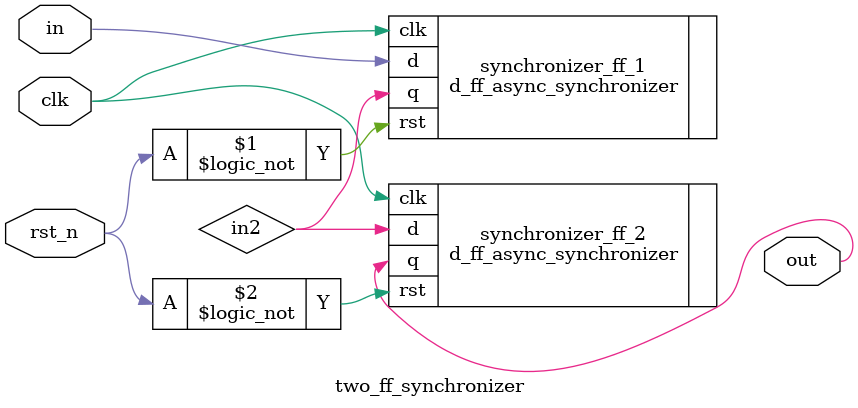
<source format=v>
module two_ff_synchronizer (
clk,
rst_n,
in,
out);

parameter SYNCHRONIZER_SIZE = 1;


input clk;
input rst_n;
input [(SYNCHRONIZER_SIZE-1):0] in;

output [(SYNCHRONIZER_SIZE-1):0] out;

wire [(SYNCHRONIZER_SIZE-1):0] in2;


//For EDA PLAYGROUND :
// `include "d_ff_async.v";

d_ff_async_synchronizer #(.SIZE(SYNCHRONIZER_SIZE))
				synchronizer_ff_1 (.clk(clk),
			   			   .rst(!rst_n),
			   			   .d(in),
			   			   .q(in2));
			  
d_ff_async_synchronizer #(.SIZE(SYNCHRONIZER_SIZE))
				synchronizer_ff_2 (.clk(clk),
			  			   .rst(!rst_n),
			  			   .d(in2),
			  			   .q(out));			   
			   
			   
endmodule

</source>
